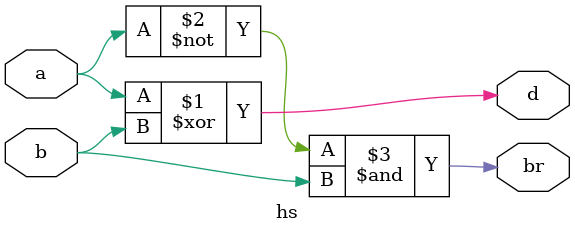
<source format=v>
module hs(
input a,b,
output d,br
);
    assign d=a^b;
    assign br=~a&b;
endmodule

</source>
